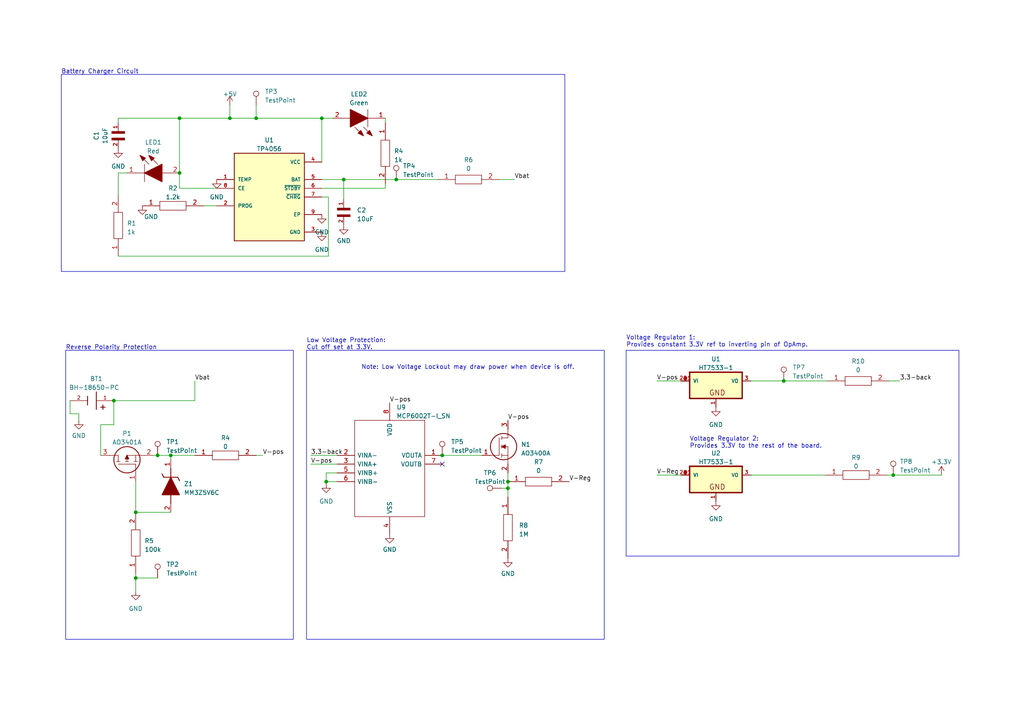
<source format=kicad_sch>
(kicad_sch (version 20230121) (generator eeschema)
  (paper "A4")
  (title_block (title "Power Schematic") (date "2023-03-11") (company "UCT") (comment 2 "EEE3088F Design Project") (comment 3 "Authour: Jake Wesselink"))
  (lib_symbols
    (symbol "0402WGF0000TCE:0402WGF0000TCE" (pin_names (offset 0.762))
      (property "Reference" "R" (at 13.97 6.35 0))
      (property "Value" "0402WGF0000TCE" (at 13.97 3.81 0))
      (symbol "0402WGF0000TCE_0_0"
        (pin passive line (at 0 0 0) (length 5.08) (name "~") (number "1"))
        (pin passive line (at 17.78 0 180) (length 5.08) (name "~") (number "2"))
      )
      (symbol "0402WGF0000TCE_0_1"
        (polyline (pts (xy 5.08 1.27) (xy 12.7 1.27) (xy 12.7 -1.27) (xy 5.08 -1.27) (xy 5.08 1.27)) (stroke (width 0.1524)))
      )
    )
    (symbol "0402WGF1001TCE:0402WGF1001TCE" (pin_names (offset 0.762))
      (property "Reference" "R" (at 13.97 6.35 0))
      (property "Value" "0402WGF1001TCE" (at 13.97 3.81 0))
      (symbol "0402WGF1001TCE_0_0"
        (pin passive line (at 0 0 0) (length 5.08) (name "~") (number "1"))
        (pin passive line (at 17.78 0 180) (length 5.08) (name "~") (number "2"))
      )
      (symbol "0402WGF1001TCE_0_1"
        (polyline (pts (xy 5.08 1.27) (xy 12.7 1.27) (xy 12.7 -1.27) (xy 5.08 -1.27) (xy 5.08 1.27)) (stroke (width 0.1524)))
      )
    )
    (symbol "0603WAF1201T5E:0603WAF1201T5E" (pin_names (offset 0.762))
      (property "Reference" "R" (at 13.97 6.35 0))
      (property "Value" "0603WAF1201T5E" (at 13.97 3.81 0))
      (symbol "0603WAF1201T5E_0_0"
        (pin passive line (at 0 0 0) (length 5.08) (name "~") (number "1"))
        (pin passive line (at 17.78 0 180) (length 5.08) (name "~") (number "2"))
      )
      (symbol "0603WAF1201T5E_0_1"
        (polyline (pts (xy 5.08 1.27) (xy 12.7 1.27) (xy 12.7 -1.27) (xy 5.08 -1.27) (xy 5.08 1.27)) (stroke (width 0.1524)))
      )
    )
    (symbol "0805W8F1004T5E:0805W8F1004T5E" (pin_names (offset 0.762))
      (property "Reference" "R" (at 13.97 6.35 0))
      (property "Value" "0805W8F1004T5E" (at 13.97 3.81 0))
      (symbol "0805W8F1004T5E_0_0"
        (pin passive line (at 0 0 0) (length 5.08) (name "~") (number "1"))
        (pin passive line (at 17.78 0 180) (length 5.08) (name "~") (number "2"))
      )
      (symbol "0805W8F1004T5E_0_1"
        (polyline (pts (xy 5.08 1.27) (xy 12.7 1.27) (xy 12.7 -1.27) (xy 5.08 -1.27) (xy 5.08 1.27)) (stroke (width 0.1524)))
      )
    )
    (symbol "1206W4F1003T5E:1206W4F1003T5E" (pin_names (offset 0.762))
      (property "Reference" "R" (at 13.97 6.35 0))
      (property "Value" "1206W4F1003T5E" (at 13.97 3.81 0))
      (symbol "1206W4F1003T5E_0_0"
        (pin passive line (at 0 0 0) (length 5.08) (name "~") (number "1"))
        (pin passive line (at 17.78 0 180) (length 5.08) (name "~") (number "2"))
      )
      (symbol "1206W4F1003T5E_0_1"
        (polyline (pts (xy 5.08 1.27) (xy 12.7 1.27) (xy 12.7 -1.27) (xy 5.08 -1.27) (xy 5.08 1.27)) (stroke (width 0.1524)))
      )
    )
    (symbol "19-217_GHC-YR1S2_3T:19-217_GHC-YR1S2_3T" (pin_names (offset 0.762))
      (property "Reference" "LED" (at 12.7 8.89 0))
      (property "Value" "19-217_GHC-YR1S2_3T" (at 12.7 6.35 0))
      (symbol "19-217_GHC-YR1S2_3T_0_0"
        (pin passive line (at 0 0 0) (length 2.54) (name "~") (number "1"))
        (pin passive line (at 15.24 0 180) (length 2.54) (name "~") (number "2"))
      )
      (symbol "19-217_GHC-YR1S2_3T_0_1"
        (polyline (pts (xy 2.54 0) (xy 5.08 0)) (stroke (width 0.1524)))
        (polyline (pts (xy 5.08 2.54) (xy 5.08 -2.54)) (stroke (width 0.1524)))
        (polyline (pts (xy 6.35 2.54) (xy 3.81 5.08)) (stroke (width 0.1524)))
        (polyline (pts (xy 8.89 2.54) (xy 6.35 5.08)) (stroke (width 0.1524)))
        (polyline (pts (xy 10.16 0) (xy 12.7 0)) (stroke (width 0.1524)))
        (polyline (pts (xy 5.08 0) (xy 10.16 2.54) (xy 10.16 -2.54) (xy 5.08 0)) (stroke (width 0.254)) (fill (type outline)))
        (polyline (pts (xy 5.334 4.318) (xy 4.572 3.556) (xy 3.81 5.08) (xy 5.334 4.318)) (stroke (width 0.254)) (fill (type outline)))
        (polyline (pts (xy 7.874 4.318) (xy 7.112 3.556) (xy 6.35 5.08) (xy 7.874 4.318)) (stroke (width 0.254)) (fill (type outline)))
      )
    )
    (symbol "AO3400A:AO3400A" (pin_names (offset 0.762))
      (property "Reference" "Q" (at 11.43 3.81 0))
      (property "Value" "AO3400A" (at 11.43 1.27 0))
      (symbol "AO3400A_0_0"
        (pin passive line (at 0 0 0) (length 2.54) (name "~") (number "1"))
        (pin passive line (at 7.62 -5.08 90) (length 2.54) (name "~") (number "2"))
        (pin passive line (at 7.62 10.16 270) (length 2.54) (name "~") (number "3"))
      )
      (symbol "AO3400A_0_1"
        (polyline (pts (xy 5.842 -0.508) (xy 5.842 0.508)) (stroke (width 0.1524)))
        (polyline (pts (xy 5.842 0) (xy 7.62 0)) (stroke (width 0.1524)))
        (polyline (pts (xy 5.842 2.032) (xy 5.842 3.048)) (stroke (width 0.1524)))
        (polyline (pts (xy 5.842 5.588) (xy 5.842 4.572)) (stroke (width 0.1524)))
        (polyline (pts (xy 7.62 2.54) (xy 5.842 2.54)) (stroke (width 0.1524)))
        (polyline (pts (xy 7.62 2.54) (xy 7.62 -2.54)) (stroke (width 0.1524)))
        (polyline (pts (xy 7.62 5.08) (xy 5.842 5.08)) (stroke (width 0.1524)))
        (polyline (pts (xy 7.62 5.08) (xy 7.62 7.62)) (stroke (width 0.1524)))
        (polyline (pts (xy 2.54 0) (xy 5.08 0) (xy 5.08 5.08)) (stroke (width 0.1524)))
        (polyline (pts (xy 5.842 2.54) (xy 6.858 3.048) (xy 6.858 2.032) (xy 5.842 2.54)) (stroke (width 0.254)) (fill (type outline)))
        (circle (center 6.35 2.54) (radius 3.81) (stroke (width 0.254)))
      )
    )
    (symbol "AO3401A:AO3401A" (pin_names (offset 0.762))
      (property "Reference" "Q" (at 11.43 3.81 0))
      (property "Value" "AO3401A" (at 11.43 1.27 0))
      (symbol "AO3401A_0_0"
        (pin passive line (at 0 0 0) (length 2.54) (name "~") (number "1"))
        (pin passive line (at 7.62 -5.08 90) (length 2.54) (name "~") (number "2"))
        (pin passive line (at 7.62 10.16 270) (length 2.54) (name "~") (number "3"))
      )
      (symbol "AO3401A_0_1"
        (polyline (pts (xy 5.842 -0.508) (xy 5.842 0.508)) (stroke (width 0.1524)))
        (polyline (pts (xy 5.842 0) (xy 7.62 0)) (stroke (width 0.1524)))
        (polyline (pts (xy 5.842 2.032) (xy 5.842 3.048)) (stroke (width 0.1524)))
        (polyline (pts (xy 5.842 5.588) (xy 5.842 4.572)) (stroke (width 0.1524)))
        (polyline (pts (xy 7.62 2.54) (xy 5.842 2.54)) (stroke (width 0.1524)))
        (polyline (pts (xy 7.62 2.54) (xy 7.62 -2.54)) (stroke (width 0.1524)))
        (polyline (pts (xy 7.62 5.08) (xy 5.842 5.08)) (stroke (width 0.1524)))
        (polyline (pts (xy 7.62 5.08) (xy 7.62 7.62)) (stroke (width 0.1524)))
        (polyline (pts (xy 2.54 0) (xy 5.08 0) (xy 5.08 5.08)) (stroke (width 0.1524)))
        (polyline (pts (xy 7.62 2.54) (xy 6.604 3.048) (xy 6.604 2.032) (xy 7.62 2.54)) (stroke (width 0.254)) (fill (type outline)))
        (circle (center 6.35 2.54) (radius 3.81) (stroke (width 0.254)))
      )
    )
    (symbol "BH-18650-PC:BH-18650-PC" (pin_names (offset 1.016))
      (property "Reference" "Battery-Holder1" (at 2.54 6.35 0))
      (property "Value" "BH-18650-PC" (at 2.54 3.81 0))
      (symbol "BH-18650-PC_0_0"
        (polyline (pts (xy -5.08 1.905) (xy -3.81 1.905)) (stroke (width 0.254)))
        (polyline (pts (xy -4.445 2.54) (xy -4.445 1.27)) (stroke (width 0.254)))
        (polyline (pts (xy -2.54 2.54) (xy -2.54 -2.54)) (stroke (width 0.254)))
        (polyline (pts (xy 0 1.27) (xy 0 -1.27)) (stroke (width 0.254)))
        (pin passive line (at -7.62 0 0) (length 5.08) (name "~") (number "1"))
        (pin passive line (at 5.08 0 180) (length 5.08) (name "~") (number "2"))
      )
    )
    (symbol "CL10A106KP8NNNC:CL10A106KP8NNNC" (pin_names (offset 1.016))
      (property "Reference" "C" (at 0 3.81 0))
      (property "Value" "CL10A106KP8NNNC" (at 0 -5.08 0))
      (symbol "CL10A106KP8NNNC_0_0"
        (rectangle (start 0 -1.905) (end 0.635 1.905) (stroke (width 0.1)) (fill (type outline)))
        (rectangle (start 1.905 -1.905) (end 2.54 1.905) (stroke (width 0.1)) (fill (type outline)))
        (pin passive line (at 5.08 0 180) (length 2.54) (name "~") (number "1"))
        (pin passive line (at -2.54 0 0) (length 2.54) (name "~") (number "2"))
      )
    )
    (symbol "Connector:TestPoint" (pin_numbers hide) (pin_names (offset 0.762) hide)
      (property "Reference" "TP" (at 0 6.858 0))
      (property "Value" "TestPoint" (at 0 5.08 0))
      (symbol "TestPoint_0_1"
        (circle (center 0 3.302) (radius 0.762))
      )
      (symbol "TestPoint_1_1"
        (pin passive line (at 0 0 90) (length 2.54) (name "1") (number "1"))
      )
    )
    (symbol "HT7533-1:HT7533-1" (pin_names (offset 1.016))
      (property "Reference" "U" (at -7.6228 8.2581 0))
      (property "Value" "HT7533-1" (at -7.6342 5.7256 0))
      (symbol "HT7533-1_0_0"
        (rectangle (start -7.62 -2.54) (end 7.62 5.08) (stroke (width 0.4064)) (fill (type background)))
        (polyline (pts (xy 7.62 5.08) (xy -7.62 5.08)) (stroke (width 0.4064)))
        (text "GND" (at -2.036 -1.7815 0) (effects (font (size 1.527 1.527)) (justify left bottom)))
        (pin passive line (at 0 -5.08 90) (length 2.54) (name "~") (number "1"))
        (pin input line (at -10.16 2.54 0) (length 2.54) (name "VI") (number "2"))
        (pin input line (at -10.16 2.54 0) (length 2.54) (name "VI") (number "2@1"))
        (pin passive line (at 10.16 2.54 180) (length 2.54) (name "VO") (number "3"))
      )
    )
    (symbol "KT-0603R:KT-0603R" (pin_names (offset 0.762))
      (property "Reference" "LED" (at 12.7 8.89 0))
      (property "Value" "KT-0603R" (at 12.7 6.35 0))
      (symbol "KT-0603R_0_0"
        (pin passive line (at 0 0 0) (length 2.54) (name "~") (number "1"))
        (pin passive line (at 15.24 0 180) (length 2.54) (name "~") (number "2"))
      )
      (symbol "KT-0603R_0_1"
        (polyline (pts (xy 2.54 0) (xy 5.08 0)) (stroke (width 0.1524)))
        (polyline (pts (xy 5.08 2.54) (xy 5.08 -2.54)) (stroke (width 0.1524)))
        (polyline (pts (xy 6.35 2.54) (xy 3.81 5.08)) (stroke (width 0.1524)))
        (polyline (pts (xy 8.89 2.54) (xy 6.35 5.08)) (stroke (width 0.1524)))
        (polyline (pts (xy 10.16 0) (xy 12.7 0)) (stroke (width 0.1524)))
        (polyline (pts (xy 5.08 0) (xy 10.16 2.54) (xy 10.16 -2.54) (xy 5.08 0)) (stroke (width 0.254)) (fill (type outline)))
        (polyline (pts (xy 5.334 4.318) (xy 4.572 3.556) (xy 3.81 5.08) (xy 5.334 4.318)) (stroke (width 0.254)) (fill (type outline)))
        (polyline (pts (xy 7.874 4.318) (xy 7.112 3.556) (xy 6.35 5.08) (xy 7.874 4.318)) (stroke (width 0.254)) (fill (type outline)))
      )
    )
    (symbol "MCP6002T-I_SN:MCP6002T-I_SN" (pin_names (offset 0.762))
      (property "Reference" "IC" (at 26.67 15.24 0))
      (property "Value" "MCP6002T-I_SN" (at 26.67 12.7 0))
      (symbol "MCP6002T-I_SN_0_0"
        (pin passive line (at 30.48 0 180) (length 5.08) (name "VOUTA") (number "1"))
        (pin passive line (at 0 0 0) (length 5.08) (name "VINA-") (number "2"))
        (pin passive line (at 0 -2.54 0) (length 5.08) (name "VINA+") (number "3"))
        (pin passive line (at 15.24 -22.86 90) (length 5.08) (name "VSS") (number "4"))
        (pin passive line (at 0 -5.08 0) (length 5.08) (name "VINB+") (number "5"))
        (pin passive line (at 0 -7.62 0) (length 5.08) (name "VINB-") (number "6"))
        (pin passive line (at 30.48 -2.54 180) (length 5.08) (name "VOUTB") (number "7"))
        (pin passive line (at 15.24 15.24 270) (length 5.08) (name "VDD") (number "8"))
      )
      (symbol "MCP6002T-I_SN_0_1"
        (polyline (pts (xy 5.08 10.16) (xy 25.4 10.16) (xy 25.4 -17.78) (xy 5.08 -17.78) (xy 5.08 10.16)) (stroke (width 0.1524)))
      )
    )
    (symbol "MM3Z5V6C:MM3Z5V6C" (pin_names hide)
      (property "Reference" "Z" (at 10.16 8.89 0))
      (property "Value" "MM3Z5V6C" (at 10.16 6.35 0))
      (symbol "MM3Z5V6C_1_1"
        (polyline (pts (xy 2.54 0) (xy 5.08 0)) (stroke (width 0.254)))
        (polyline (pts (xy 4.064 -2.54) (xy 5.08 -2.032)) (stroke (width 0.254)))
        (polyline (pts (xy 5.08 2.032) (xy 5.08 -2.032)) (stroke (width 0.254)))
        (polyline (pts (xy 5.08 2.032) (xy 6.096 2.54)) (stroke (width 0.254)))
        (polyline (pts (xy 12.7 0) (xy 10.16 0)) (stroke (width 0.254)))
        (polyline (pts (xy 5.08 0) (xy 10.16 2.54) (xy 10.16 -2.54) (xy 5.08 0)) (stroke (width 0.254)) (fill (type outline)))
        (pin passive line (at 0 0 0) (length 2.54) (name "K") (number "1"))
        (pin passive line (at 15.24 0 180) (length 2.54) (name "A") (number "2"))
      )
    )
    (symbol "TP4056:TP4056" (pin_names (offset 1.016))
      (property "Reference" "U" (at -10.16 13.208 0))
      (property "Value" "TP4056" (at -10.16 -15.24 0))
      (symbol "TP4056_0_0"
        (rectangle (start -10.16 -12.7) (end 10.16 12.7) (stroke (width 0.254)) (fill (type background)))
        (pin input line (at -15.24 5.08 0) (length 5.08) (name "TEMP") (number "1"))
        (pin bidirectional line (at -15.24 -2.54 0) (length 5.08) (name "PROG") (number "2"))
        (pin power_in line (at 15.24 -10.16 180) (length 5.08) (name "GND") (number "3"))
        (pin power_in line (at 15.24 10.16 180) (length 5.08) (name "VCC") (number "4"))
        (pin output line (at 15.24 5.08 180) (length 5.08) (name "BAT") (number "5"))
        (pin output line (at 15.24 2.54 180) (length 5.08) (name "~{STDBY}") (number "6"))
        (pin output line (at 15.24 0 180) (length 5.08) (name "~{CHRG}") (number "7"))
        (pin input line (at -15.24 2.54 0) (length 5.08) (name "CE") (number "8"))
        (pin passive line (at 15.24 -5.08 180) (length 5.08) (name "EP") (number "9"))
      )
    )
    (symbol "my 1k:0603WAF1001T5E" (pin_names (offset 0.762))
      (property "Reference" "R" (at 13.97 6.35 0))
      (property "Value" "0603WAF1001T5E" (at 13.97 3.81 0))
      (symbol "0603WAF1001T5E_0_0"
        (pin passive line (at 0 0 0) (length 5.08) (name "~") (number "1"))
        (pin passive line (at 17.78 0 180) (length 5.08) (name "~") (number "2"))
      )
      (symbol "0603WAF1001T5E_0_1"
        (polyline (pts (xy 5.08 1.27) (xy 12.7 1.27) (xy 12.7 -1.27) (xy 5.08 -1.27) (xy 5.08 1.27)) (stroke (width 0.1524)))
      )
    )
    (symbol "power:+3.3V" (power) (pin_names (offset 0))
      (property "Value" "+3.3V" (at 0 3.556 0))
      (symbol "+3.3V_0_1"
        (polyline (pts (xy -0.762 1.27) (xy 0 2.54)))
        (polyline (pts (xy 0 0) (xy 0 2.54)))
        (polyline (pts (xy 0 2.54) (xy 0.762 1.27)))
      )
      (symbol "+3.3V_1_1"
        (pin power_in line (at 0 0 90) (length 0) hide (name "+3.3V") (number "1"))
      )
    )
    (symbol "power:+5V" (power) (pin_names (offset 0))
      (property "Value" "+5V" (at 0 3.556 0))
      (symbol "+5V_0_1"
        (polyline (pts (xy -0.762 1.27) (xy 0 2.54)))
        (polyline (pts (xy 0 0) (xy 0 2.54)))
        (polyline (pts (xy 0 2.54) (xy 0.762 1.27)))
      )
      (symbol "+5V_1_1"
        (pin power_in line (at 0 0 90) (length 0) hide (name "+5V") (number "1"))
      )
    )
    (symbol "power:GND" (power) (pin_names (offset 0))
      (property "Value" "GND" (at 0 -3.81 0))
      (symbol "GND_0_1"
        (polyline (pts (xy 0 0) (xy 0 -1.27) (xy 1.27 -1.27) (xy 0 -2.54) (xy -1.27 -1.27) (xy 0 -1.27)))
      )
      (symbol "GND_1_1"
        (pin power_in line (at 0 0 270) (length 0) hide (name "GND") (number "1"))
      )
    )
  )
  (junction (at 147.32 141.605))
  (junction (at 52.07 34.29))
  (junction (at 39.37 148.59))
  (junction (at 259.08 137.795))
  (junction (at 227.33 110.49))
  (junction (at 128.27 132.08))
  (junction (at 66.675 34.29))
  (junction (at 114.935 52.07))
  (junction (at 74.295 34.29))
  (junction (at 93.345 34.29))
  (junction (at 99.695 52.07))
  (junction (at 39.37 167.64))
  (junction (at 52.07 50.165))
  (junction (at 33.02 116.205))
  (junction (at 94.615 139.7))
  (junction (at 147.32 139.7))
  (junction (at 45.72 132.08))
  (junction (at 49.53 132.08))
  (no_connect (at 128.27 134.62))
  (wire (pts (xy 36.83 50.165) (xy 34.29 50.165)))
  (wire (pts (xy 20.32 116.205) (xy 20.32 120.015)))
  (wire (pts (xy 39.37 167.64) (xy 45.72 167.64)))
  (wire (pts (xy 217.805 137.795) (xy 239.395 137.795)))
  (wire (pts (xy 34.29 74.295) (xy 95.25 74.295)))
  (wire (pts (xy 90.17 134.62) (xy 97.79 134.62)))
  (wire (pts (xy 52.07 34.29) (xy 52.07 50.165)))
  (wire (pts (xy 39.37 139.7) (xy 39.37 148.59)))
  (wire (pts (xy 257.175 137.795) (xy 259.08 137.795)))
  (wire (pts (xy 44.45 132.08) (xy 45.72 132.08)))
  (wire (pts (xy 49.53 132.08) (xy 56.515 132.08)))
  (wire (pts (xy 240.03 110.49) (xy 227.33 110.49)))
  (wire (pts (xy 259.08 137.795) (xy 273.05 137.795)))
  (wire (pts (xy 114.935 52.07) (xy 127 52.07)))
  (wire (pts (xy 56.515 110.49) (xy 56.515 116.205)))
  (wire (pts (xy 190.5 110.49) (xy 197.485 110.49)))
  (wire (pts (xy 95.25 74.295) (xy 95.25 57.15)))
  (wire (pts (xy 74.295 132.08) (xy 76.2 132.08)))
  (wire (pts (xy 111.76 53.34) (xy 111.76 54.61)))
  (wire (pts (xy 97.79 137.16) (xy 94.615 137.16)))
  (wire (pts (xy 33.02 116.205) (xy 33.02 123.19)))
  (wire (pts (xy 22.86 120.015) (xy 22.86 121.92)))
  (wire (pts (xy 29.21 123.19) (xy 29.21 132.08)))
  (wire (pts (xy 111.76 34.29) (xy 111.76 35.56)))
  (wire (pts (xy 74.295 34.29) (xy 93.345 34.29)))
  (wire (pts (xy 94.615 137.16) (xy 94.615 139.7)))
  (wire (pts (xy 147.32 141.605) (xy 147.32 144.145)))
  (wire (pts (xy 74.295 30.48) (xy 74.295 34.29)))
  (wire (pts (xy 45.72 132.08) (xy 49.53 132.08)))
  (wire (pts (xy 260.985 110.49) (xy 257.81 110.49)))
  (wire (pts (xy 93.345 34.29) (xy 96.52 34.29)))
  (wire (pts (xy 93.345 54.61) (xy 111.76 54.61)))
  (wire (pts (xy 93.345 34.29) (xy 93.345 46.99)))
  (wire (pts (xy 95.25 57.15) (xy 93.345 57.15)))
  (wire (pts (xy 128.27 132.08) (xy 139.7 132.08)))
  (wire (pts (xy 56.515 116.205) (xy 33.02 116.205)))
  (wire (pts (xy 52.07 34.29) (xy 34.29 34.29)))
  (wire (pts (xy 147.32 139.7) (xy 147.32 141.605)))
  (wire (pts (xy 66.675 34.29) (xy 74.295 34.29)))
  (wire (pts (xy 39.37 148.59) (xy 49.53 148.59)))
  (wire (pts (xy 59.055 59.69) (xy 62.865 59.69)))
  (wire (pts (xy 34.29 34.29) (xy 34.29 35.56)))
  (wire (pts (xy 93.345 52.07) (xy 99.695 52.07)))
  (wire (pts (xy 227.33 110.49) (xy 217.805 110.49)))
  (wire (pts (xy 39.37 167.64) (xy 39.37 171.45)))
  (wire (pts (xy 34.29 50.165) (xy 34.29 56.515)))
  (wire (pts (xy 145.415 141.605) (xy 147.32 141.605)))
  (wire (pts (xy 94.615 139.7) (xy 97.79 139.7)))
  (wire (pts (xy 20.32 120.015) (xy 22.86 120.015)))
  (wire (pts (xy 147.32 137.16) (xy 147.32 139.7)))
  (wire (pts (xy 66.675 30.48) (xy 66.675 34.29)))
  (wire (pts (xy 33.02 123.19) (xy 29.21 123.19)))
  (wire (pts (xy 49.53 132.08) (xy 49.53 133.35)))
  (wire (pts (xy 52.07 34.29) (xy 66.675 34.29)))
  (wire (pts (xy 94.615 139.7) (xy 94.615 140.335)))
  (wire (pts (xy 90.17 132.08) (xy 97.79 132.08)))
  (wire (pts (xy 39.37 166.37) (xy 39.37 167.64)))
  (wire (pts (xy 99.695 52.07) (xy 114.935 52.07)))
  (wire (pts (xy 62.865 54.61) (xy 52.07 54.61)))
  (wire (pts (xy 99.695 52.07) (xy 99.695 57.785)))
  (wire (pts (xy 52.07 54.61) (xy 52.07 50.165)))
  (wire (pts (xy 190.5 137.795) (xy 197.485 137.795)))
  (wire (pts (xy 144.78 52.07) (xy 149.225 52.07)))
  (rectangle (start 19.05 101.6) (end 85.09 185.42))
  (rectangle (start 17.78 21.59) (end 163.83 78.74))
  (rectangle (start 88.9 101.6) (end 175.26 185.42))
  (rectangle (start 181.61 101.6) (end 278.13 161.29))
  (text "Low Voltage Protection: \nCut off set at 3.3V.\n" (at 88.9 101.6 0) (effects (font (size 1.27 1.27)) (justify left bottom)))
  (text "Reverse Polarity Protection\n" (at 19.05 101.6 0) (effects (font (size 1.27 1.27)) (justify left bottom)))
  (text "Voltage Regulator 2:\nProvides 3.3V to the rest of the board.\n" (at 200.025 130.175 0) (effects (font (size 1.27 1.27)) (justify left bottom)))
  (text "Note: Low Voltage Lockout may draw power when device is off." (at 104.775 107.315 0) (effects (font (size 1.27 1.27)) (justify left bottom)))
  (text "Voltage Regulator 1:\nProvides constant 3.3V ref to inverting pin of OpAmp.\n\n" (at 181.61 102.87 0) (effects (font (size 1.27 1.27)) (justify left bottom)))
  (text "Battery Charger Circuit" (at 17.78 21.59 0) (effects (font (size 1.27 1.27)) (justify left bottom)))
  (label "Vbat" (at 149.225 52.07 0))
  (label "V-Reg" (at 190.5 137.795 0))
  (label "3.3-back" (at 90.17 132.08 0))
  (label "V-pos" (at 113.03 116.84 0))
  (label "V-pos" (at 90.17 134.62 0))
  (label "V-pos" (at 190.5 110.49 0))
  (label "V-Reg" (at 165.1 139.7 0))
  (label "V-pos" (at 147.32 121.92 0))
  (label "V-pos" (at 76.2 132.08 0))
  (label "Vbat" (at 56.515 110.49 0))
  (label "3.3-back" (at 260.985 110.49 0))
  (symbol (lib_id "power:GND") (at 207.645 118.11 0) (unit 1)
    (property "Reference" "#PWR013" (effects hide))
    (property "Value" "GND" (at 207.645 123.19 0))
  )
  (symbol (lib_id "power:GND") (at 39.37 171.45 0) (unit 1)
    (property "Reference" "#PWR07" (effects hide))
    (property "Value" "GND" (at 39.37 176.53 0))
  )
  (symbol (lib_id "power:GND") (at 93.345 67.31 0) (unit 1)
    (property "Reference" "#PWR05" (effects hide))
    (property "Value" "GND" (at 93.345 72.39 0))
  )
  (symbol (lib_id "0805W8F1004T5E:0805W8F1004T5E") (at 147.32 144.145 270) (unit 1)
    (property "Reference" "R8" (at 150.495 152.4 90) (effects (justify left)))
    (property "Value" "1M" (at 150.495 154.94 90) (effects (justify left)))
    (property "Footprint" "Resistor_SMD:R_0805_2012Metric" (effects hide))
    (property "Datasheet" "https://datasheet.lcsc.com/lcsc/2206010200_UNI-ROYAL-Uniroyal-Elec-0805W8F1004T5E_C17514.pdf" (effects hide))
    (property "Description" "1M Resistor 0805" (effects hide))
    (property "Height" "0.65" (effects hide))
    (property "Manufacturer_Name" "UniOhm" (effects hide))
    (property "Manufacturer_Part_Number" "0805W8F1004T5E" (effects hide))
    (property "Price" "0.0016" (effects hide))
    (property "Extended" "0" (effects hide))
    (property "JLC Part Number" "C17514" (effects hide))
  )
  (symbol (lib_id "HT7533-1:HT7533-1") (at 207.645 113.03 0) (unit 1)
    (property "Reference" "U1" (at 207.645 104.14 0))
    (property "Value" "HT7533-1" (at 207.645 106.68 0))
    (property "Footprint" "Package_TO_SOT_SMD:SOT-89-3" (effects hide))
    (property "Datasheet" "https://datasheet.lcsc.com/lcsc/1811062113_Holtek-Semicon-HT7533-1_C14289.pdf" (effects hide))
    (property "Price" "0.1279" (effects hide))
    (property "Extended" "0" (effects hide))
    (property "Manufacturer_Part_Number" "HT7533-1" (effects hide))
    (property "Description" "Voltage Regulator" (effects hide))
    (property "JLC Part Number" "C14289" (effects hide))
  )
  (symbol (lib_id "HT7533-1:HT7533-1") (at 207.645 140.335 0) (unit 1)
    (property "Reference" "U2" (at 207.645 131.445 0))
    (property "Value" "HT7533-1" (at 207.645 133.985 0))
    (property "Footprint" "Package_TO_SOT_SMD:SOT-89-3" (effects hide))
    (property "Datasheet" "https://datasheet.lcsc.com/lcsc/1811062113_Holtek-Semicon-HT7533-1_C14289.pdf" (effects hide))
    (property "Price" "0.1279" (effects hide))
    (property "Extended" "0" (effects hide))
    (property "Manufacturer_Part_Number" "HT7533-1" (effects hide))
    (property "Description" "Voltage Regulator" (effects hide))
    (property "JLC Part Number" "C14289" (effects hide))
  )
  (symbol (lib_id "power:GND") (at 99.695 65.405 0) (unit 1)
    (property "Reference" "#PWR06" (effects hide))
    (property "Value" "GND" (at 99.695 69.85 0))
  )
  (symbol (lib_id "1206W4F1003T5E:1206W4F1003T5E") (at 39.37 166.37 90) (unit 1)
    (property "Reference" "R5" (at 41.91 156.845 90) (effects (justify right)))
    (property "Value" "100k" (at 41.91 159.385 90) (effects (justify right)))
    (property "Footprint" "Resistor_SMD:R_0805_2012Metric" (effects hide))
    (property "Datasheet" "https://datasheet.lcsc.com/lcsc/2206010145_UNI-ROYAL-Uniroyal-Elec-1206W4F1003T5E_C17900.pdf" (effects hide))
    (property "Description" "100k Resistor 0805" (effects hide))
    (property "Height" "0.65" (effects hide))
    (property "Manufacturer_Name" "Uniroyal Elec" (effects hide))
    (property "Manufacturer_Part_Number" "0805W8F1003T5E" (effects hide))
    (property "Price" "0.0017" (effects hide))
    (property "Extended" "0" (effects hide))
    (property "JLC Part Number" "C149504" (effects hide))
  )
  (symbol (lib_id "0402WGF1001TCE:0402WGF1001TCE") (at 111.76 35.56 270) (unit 1)
    (property "Reference" "R4" (at 114.3 43.815 90) (effects (justify left)))
    (property "Value" "1k" (at 114.3 46.355 90) (effects (justify left)))
    (property "Footprint" "Resistor_SMD:R_0805_2012Metric" (effects hide))
    (property "Datasheet" "https://datasheet.lcsc.com/szlcsc/Uniroyal-Elec-0603WAF1001T5E_C21190.pdf" (effects hide))
    (property "Description" "1k Resistor 0805" (effects hide))
    (property "Height" "0.4" (effects hide))
    (property "Manufacturer_Name" "UNI-ROYAL(Uniroyal Elec)" (effects hide))
    (property "Manufacturer_Part_Number" "0805W8F1001T5E" (effects hide))
    (property "Price" "0.0021" (effects hide))
    (property "Extended" "0" (effects hide))
    (property "JLC Part Number" "C17513" (effects hide))
  )
  (symbol (lib_id "power:GND") (at 62.865 52.07 0) (unit 1)
    (property "Reference" "#PWR03" (effects hide))
    (property "Value" "GND" (at 62.865 57.15 0))
  )
  (symbol (lib_id "AO3400A:AO3400A") (at 139.7 132.08 0) (unit 1)
    (property "Reference" "N1" (at 151.13 128.905 0) (effects (justify left)))
    (property "Value" "AO3400A" (at 151.13 131.445 0) (effects (justify left)))
    (property "Footprint" "MyNmos:SOT95P280X125-3N" (effects hide))
    (property "Datasheet" "https://datasheet.lcsc.com/lcsc/1811081213_Alpha---Omega-Semicon-AO3400A_C20917.pdf" (effects hide))
    (property "Description" "30V N-Channel MOSFET" (effects hide))
    (property "Height" "1.25" (effects hide))
    (property "Manufacturer_Name" "Alpha & Omega Semiconductors" (effects hide))
    (property "Manufacturer_Part_Number" "AO3400A" (effects hide))
    (property "Arrow Part Number" "AO3400A" (effects hide))
    (property "Arrow Price/Stock" "https://www.arrow.com/en/products/ao3400a/alpha-and-omega-semiconductor?region=europe" (effects hide))
    (property "Price" "0.0787" (effects hide))
    (property "Extended" "0" (effects hide))
    (property "JLC Part Number" "C20917" (effects hide))
  )
  (symbol (lib_id "power:GND") (at 147.32 161.925 0) (unit 1)
    (property "Reference" "#PWR012" (effects hide))
    (property "Value" "GND" (at 147.32 166.37 0))
  )
  (symbol (lib_id "power:GND") (at 113.03 154.94 0) (unit 1)
    (property "Reference" "#PWR011" (effects hide))
    (property "Value" "GND" (at 113.03 159.385 0))
  )
  (symbol (lib_id "0402WGF0000TCE:0402WGF0000TCE") (at 239.395 137.795 0) (unit 1)
    (property "Reference" "R9" (at 248.285 132.715 0))
    (property "Value" "0" (at 248.285 135.255 0))
    (property "Footprint" "Resistor_SMD:R_0805_2012Metric" (effects hide))
    (property "Datasheet" "https://www.mouser.in/datasheet/2/1365/1-3044649.pdf" (effects hide))
    (property "Description" "0 Resistor 0805" (effects hide))
    (property "Height" "0.4" (effects hide))
    (property "Manufacturer_Name" "ROYALOHM" (effects hide))
    (property "Manufacturer_Part_Number" "0805W8F0000T5E" (effects hide))
    (property "Mouser Part Number" "303-0402WGF0000TCE" (effects hide))
    (property "Mouser Price/Stock" "https://www.mouser.co.uk/ProductDetail/Royalohm/0402WGF0000TCE?qs=e8oIoAS2J1QQohiDIE5NFA%3D%3D" (effects hide))
    (property "Extended" "0" (effects hide))
    (property "Price" "0.0022" (effects hide))
    (property "JLC Part Number" "C17477" (effects hide))
  )
  (symbol (lib_id "power:+3.3V") (at 273.05 137.795 0) (unit 1)
    (property "Reference" "#PWR044" (effects hide))
    (property "Value" "+3.3V" (at 273.05 133.985 0))
    (instances (project "EEE3088" (path "" (reference "#PWR044") (unit 1)) (path "" (reference "#PWR01") (unit 1)) (path "" (reference "#PWR01") (unit 1))))
  )
  (symbol (lib_id "Connector:TestPoint") (at 45.72 167.64 0) (unit 1)
    (property "Reference" "TP2" (at 48.26 163.703 0) (effects (justify left)))
    (property "Value" "TestPoint" (at 48.26 166.243 0) (effects (justify left)))
    (property "Footprint" "TestPoint:TestPoint_Pad_2.0x2.0mm" (effects hide))
    (property "Price" "0" (effects hide))
    (property "Extended" "0" (effects hide))
    (property "Manufacturer_Part_Number" "DNP" (effects hide))
    (property "Description" "Test Point" (effects hide))
    (property "JLC Part Number" "DNP" (effects hide))
  )
  (symbol (lib_id "CL10A106KP8NNNC:CL10A106KP8NNNC") (at 34.29 40.64 90) (unit 1)
    (property "Reference" "C1" (at 27.94 39.37 0))
    (property "Value" "10uF" (at 30.48 39.37 0))
    (property "Footprint" "Capacitor_SMD:C_0805_2012Metric" (effects hide))
    (property "Datasheet" "https://datasheet.lcsc.com/lcsc/1810191219_Samsung-Electro-Mechanics-CL10A106KP8NNNC_C19702.pdf" (effects hide))
    (property "Price" "0.0131" (effects hide))
    (property "Extended" "0" (effects hide))
    (property "Description" "10uF Cap 0805" (effects hide))
    (property "Manufacturer_Part_Number" "CL21A106KAYNNNE" (effects hide))
    (property "JLC Part Number" "C15850" (effects hide))
  )
  (symbol (lib_id "power:+5V") (at 66.675 30.48 0) (unit 1)
    (property "Reference" "#PWR06" (effects hide))
    (property "Value" "+5V" (at 66.675 27.305 0))
  )
  (symbol (lib_id "MM3Z5V6C:MM3Z5V6C") (at 49.53 133.35 270) (unit 1)
    (property "Reference" "Z1" (at 53.34 140.335 90) (effects (justify left)))
    (property "Value" "MM3Z5V6C" (at 53.34 142.875 90) (effects (justify left)))
    (property "Footprint" "MyZener:SODFL2513X100N" (effects hide))
    (property "Datasheet" "https://ms.componentsearchengine.com/Datasheets/2/MM3Z5V6C.pdf" (effects hide))
    (property "Height" "1" (effects hide))
    (property "Manufacturer_Name" "onsemi" (effects hide))
    (property "Manufacturer_Part_Number" "MM3Z5V6" (effects hide))
    (property "Mouser Part Number" "512-MM3Z5V6C" (effects hide))
    (property "Mouser Price/Stock" "https://www.mouser.co.uk/ProductDetail/onsemi-Fairchild/MM3Z5V6C?qs=rXqtSHp76q6mZxise9dftg%3D%3D" (effects hide))
    (property "Arrow Part Number" "MM3Z5V6C" (effects hide))
    (property "Arrow Price/Stock" "https://www.arrow.com/en/products/mm3z5v6c/on-semiconductor?region=nac" (effects hide))
    (property "Description" "Zener diode" (effects hide))
    (property "Extended" "1" (effects hide))
    (property "JLC Part Number" "C48886" (effects hide))
    (property "Price" "0.0182" (effects hide))
  )
  (symbol (lib_id "Connector:TestPoint") (at 114.935 52.07 0) (unit 1)
    (property "Reference" "TP4" (at 116.84 48.133 0) (effects (justify left)))
    (property "Value" "TestPoint" (at 116.84 50.673 0) (effects (justify left)))
    (property "Footprint" "TestPoint:TestPoint_Pad_2.0x2.0mm" (effects hide))
    (property "Price" "0" (effects hide))
    (property "Extended" "0" (effects hide))
    (property "Manufacturer_Part_Number" "DNP" (effects hide))
    (property "Description" "Test Point" (effects hide))
    (property "JLC Part Number" "DNP" (effects hide))
  )
  (symbol (lib_id "power:GND") (at 93.345 62.23 0) (unit 1)
    (property "Reference" "#PWR04" (effects hide))
    (property "Value" "GND" (at 93.345 67.31 0))
  )
  (symbol (lib_id "Connector:TestPoint") (at 128.27 132.08 0) (unit 1)
    (property "Reference" "TP5" (at 130.81 128.143 0) (effects (justify left)))
    (property "Value" "TestPoint" (at 130.81 130.683 0) (effects (justify left)))
    (property "Footprint" "TestPoint:TestPoint_Pad_2.0x2.0mm" (effects hide))
    (property "Description" "Test Point" (effects hide))
    (property "Extended" "0" (effects hide))
    (property "JLC Part Number" "DNP" (effects hide))
    (property "Price" "0" (effects hide))
    (property "Manufacturer_Part_Number" "DNP" (effects hide))
  )
  (symbol (lib_id "KT-0603R:KT-0603R") (at 36.83 50.165 0) (unit 1)
    (property "Reference" "LED1" (at 44.45 41.275 0))
    (property "Value" "Red" (at 44.45 43.815 0))
    (property "Footprint" "MyRedLED:LEDC1608X70N" (effects hide))
    (property "Datasheet" "https://datasheet.lcsc.com/szlcsc/Hubei-KENTO-Elec-KT-0603R_C2286.pdf" (effects hide))
    (property "Description" "Red LED" (effects hide))
    (property "Height" "0.7" (effects hide))
    (property "Manufacturer_Name" "Hubei KENTO Elec" (effects hide))
    (property "Manufacturer_Part_Number" "KT-0603R" (effects hide))
    (property "Price" "0.0054" (effects hide))
    (property "Extended" "0" (effects hide))
    (property "JLC Part Number" "C2286" (effects hide))
  )
  (symbol (lib_id "BH-18650-PC:BH-18650-PC") (at 25.4 116.205 180) (unit 1)
    (property "Reference" "BT1" (at 27.94 109.855 0))
    (property "Value" "BH-18650-PC" (at 27.305 112.395 0))
    (property "Footprint" "uct_kicad_library:18650_Holder_SMD" (effects hide))
    (property "Datasheet" "-" (effects hide))
    (property "MANUFACTURER" "MPD" (effects hide))
    (property "STANDARD" "Manufacturer Recommendation" (effects hide))
    (property "PARTREV" "05/17/19" (effects hide))
    (property "MAXIMUM_PACKAGE_HEIGHT" "21.31mm" (effects hide))
    (property "Price" "0" (effects hide))
    (property "Extended" "0" (effects hide))
    (property "Description" "Battery Holder" (effects hide))
    (property "Manufacturer_Part_Number" "DNP" (effects hide))
    (property "JLC Part Number" "DNP" (effects hide))
  )
  (symbol (lib_id "power:GND") (at 34.29 43.18 0) (unit 1)
    (property "Reference" "#PWR01" (effects hide))
    (property "Value" "GND" (at 34.29 48.26 0))
  )
  (symbol (lib_id "Connector:TestPoint") (at 145.415 141.605 90) (unit 1)
    (property "Reference" "TP6" (at 142.113 137.16 90))
    (property "Value" "TestPoint" (at 142.113 139.7 90))
    (property "Footprint" "TestPoint:TestPoint_Pad_2.0x2.0mm" (effects hide))
    (property "Price" "0" (effects hide))
    (property "Extended" "0" (effects hide))
    (property "Manufacturer_Part_Number" "DNP" (effects hide))
    (property "Description" "Test Point" (effects hide))
    (property "JLC Part Number" "DNP" (effects hide))
  )
  (symbol (lib_id "0402WGF0000TCE:0402WGF0000TCE") (at 240.03 110.49 0) (unit 1)
    (property "Reference" "R10" (at 248.92 104.775 0))
    (property "Value" "0" (at 248.92 107.315 0))
    (property "Footprint" "Resistor_SMD:R_0805_2012Metric" (effects hide))
    (property "Datasheet" "https://www.mouser.in/datasheet/2/1365/1-3044649.pdf" (effects hide))
    (property "Description" "0 Resistor 0805" (effects hide))
    (property "Height" "0.4" (effects hide))
    (property "Manufacturer_Name" "ROYALOHM" (effects hide))
    (property "Manufacturer_Part_Number" "0805W8F0000T5E" (effects hide))
    (property "Mouser Part Number" "303-0402WGF0000TCE" (effects hide))
    (property "Mouser Price/Stock" "https://www.mouser.co.uk/ProductDetail/Royalohm/0402WGF0000TCE?qs=e8oIoAS2J1QQohiDIE5NFA%3D%3D" (effects hide))
    (property "Extended" "0" (effects hide))
    (property "Price" "0.0022" (effects hide))
    (property "JLC Part Number" "C17477" (effects hide))
  )
  (symbol (lib_id "Connector:TestPoint") (at 74.295 30.48 0) (unit 1)
    (property "Reference" "TP3" (at 76.835 26.543 0) (effects (justify left)))
    (property "Value" "TestPoint" (at 76.835 29.083 0) (effects (justify left)))
    (property "Footprint" "TestPoint:TestPoint_Pad_2.0x2.0mm" (effects hide))
    (property "Price" "0" (effects hide))
    (property "Extended" "0" (effects hide))
    (property "Manufacturer_Part_Number" "DNP" (effects hide))
    (property "Description" "Test Point" (effects hide))
    (property "JLC Part Number" "DNP" (effects hide))
  )
  (symbol (lib_id "Connector:TestPoint") (at 259.08 137.795 0) (unit 1)
    (property "Reference" "TP8" (at 260.985 133.858 0) (effects (justify left)))
    (property "Value" "TestPoint" (at 260.985 136.398 0) (effects (justify left)))
    (property "Footprint" "TestPoint:TestPoint_Pad_2.0x2.0mm" (effects hide))
    (property "Price" "0" (effects hide))
    (property "Extended" "0" (effects hide))
    (property "Manufacturer_Part_Number" "DNP" (effects hide))
    (property "Description" "Test Point" (effects hide))
    (property "JLC Part Number" "DNP" (effects hide))
  )
  (symbol (lib_id "0402WGF0000TCE:0402WGF0000TCE") (at 147.32 139.7 0) (unit 1)
    (property "Reference" "R7" (at 156.21 133.985 0))
    (property "Value" "0" (at 156.21 136.525 0))
    (property "Footprint" "Resistor_SMD:R_0805_2012Metric" (effects hide))
    (property "Datasheet" "https://www.mouser.in/datasheet/2/1365/1-3044649.pdf" (effects hide))
    (property "Description" "0 Resistor 0805" (effects hide))
    (property "Height" "0.4" (effects hide))
    (property "Manufacturer_Name" "ROYALOHM" (effects hide))
    (property "Manufacturer_Part_Number" "0805W8F0000T5E" (effects hide))
    (property "Mouser Part Number" "303-0402WGF0000TCE" (effects hide))
    (property "Mouser Price/Stock" "https://www.mouser.co.uk/ProductDetail/Royalohm/0402WGF0000TCE?qs=e8oIoAS2J1QQohiDIE5NFA%3D%3D" (effects hide))
    (property "Extended" "0" (effects hide))
    (property "Price" "0.0022" (effects hide))
    (property "JLC Part Number" "C17477" (effects hide))
  )
  (symbol (lib_id "CL10A106KP8NNNC:CL10A106KP8NNNC") (at 99.695 62.865 90) (unit 1)
    (property "Reference" "C2" (at 103.505 60.96 90) (effects (justify right)))
    (property "Value" "10uF" (at 103.505 63.5 90) (effects (justify right)))
    (property "Footprint" "Capacitor_SMD:C_0805_2012Metric" (effects hide))
    (property "Datasheet" "https://datasheet.lcsc.com/lcsc/1810191219_Samsung-Electro-Mechanics-CL10A106KP8NNNC_C19702.pdf" (effects hide))
    (property "Price" "0.0131" (effects hide))
    (property "Extended" "0" (effects hide))
    (property "Description" "10uF Cap 0805" (effects hide))
    (property "Manufacturer_Part_Number" "CL21A106KAYNNNE" (effects hide))
    (property "JLC Part Number" "C15850" (effects hide))
  )
  (symbol (lib_id "0402WGF0000TCE:0402WGF0000TCE") (at 127 52.07 0) (unit 1)
    (property "Reference" "R6" (at 135.89 46.355 0))
    (property "Value" "0" (at 135.89 48.895 0))
    (property "Footprint" "Resistor_SMD:R_0805_2012Metric" (effects hide))
    (property "Datasheet" "https://www.mouser.in/datasheet/2/1365/1-3044649.pdf" (effects hide))
    (property "Description" "0 Resistor 0805" (effects hide))
    (property "Height" "0.4" (effects hide))
    (property "Manufacturer_Name" "ROYALOHM" (effects hide))
    (property "Manufacturer_Part_Number" "0805W8F0000T5E" (effects hide))
    (property "Mouser Part Number" "303-0402WGF0000TCE" (effects hide))
    (property "Mouser Price/Stock" "https://www.mouser.co.uk/ProductDetail/Royalohm/0402WGF0000TCE?qs=e8oIoAS2J1QQohiDIE5NFA%3D%3D" (effects hide))
    (property "Extended" "0" (effects hide))
    (property "Price" "0.0022" (effects hide))
    (property "JLC Part Number" "C17477" (effects hide))
  )
  (symbol (lib_id "Connector:TestPoint") (at 227.33 110.49 0) (unit 1)
    (property "Reference" "TP7" (at 229.87 106.553 0) (effects (justify left)))
    (property "Value" "TestPoint" (at 229.87 109.093 0) (effects (justify left)))
    (property "Footprint" "TestPoint:TestPoint_Pad_2.0x2.0mm" (effects hide))
    (property "Price" "0" (effects hide))
    (property "Extended" "0" (effects hide))
    (property "Manufacturer_Part_Number" "DNP" (effects hide))
    (property "Description" "Test Point" (effects hide))
    (property "JLC Part Number" "DNP" (effects hide))
  )
  (symbol (lib_id "0402WGF0000TCE:0402WGF0000TCE") (at 56.515 132.08 0) (unit 1)
    (property "Reference" "R4" (at 65.405 127 0))
    (property "Value" "0" (at 65.405 129.54 0))
    (property "Footprint" "Resistor_SMD:R_0805_2012Metric" (effects hide))
    (property "Datasheet" "https://www.mouser.in/datasheet/2/1365/1-3044649.pdf" (effects hide))
    (property "Description" "0 Resistor 0805" (effects hide))
    (property "Height" "0.4" (effects hide))
    (property "Manufacturer_Name" "ROYALOHM" (effects hide))
    (property "Manufacturer_Part_Number" "0805W8F0000T5E" (effects hide))
    (property "Mouser Part Number" "303-0402WGF0000TCE" (effects hide))
    (property "Mouser Price/Stock" "https://www.mouser.co.uk/ProductDetail/Royalohm/0402WGF0000TCE?qs=e8oIoAS2J1QQohiDIE5NFA%3D%3D" (effects hide))
    (property "Extended" "0" (effects hide))
    (property "Price" "0.0022" (effects hide))
    (property "JLC Part Number" "C17477" (effects hide))
  )
  (symbol (lib_id "power:GND") (at 207.645 145.415 0) (unit 1)
    (property "Reference" "#PWR08" (effects hide))
    (property "Value" "GND" (at 207.645 150.495 0))
  )
  (symbol (lib_id "TP4056:TP4056") (at 78.105 57.15 0) (unit 1)
    (property "Reference" "U1" (at 78.105 40.64 0))
    (property "Value" "TP4056" (at 78.105 43.18 0))
    (property "Footprint" "Package_SO:SOP-8-1EP_4.57x4.57mm_P1.27mm_EP4.57x4.45mm" (effects hide))
    (property "Datasheet" "https://datasheet.lcsc.com/lcsc/1809261820_TOPPOWER-Nanjing-Extension-Microelectronics-TP4056-42-ESOP8_C16581.pdf" (effects hide))
    (property "MANUFACTURER" "NanJing Top Power ASIC Corp." (effects hide))
    (property "STANDARD" "IPC 7351B" (effects hide))
    (property "MAXIMUM_PACKAGE_HEIGHT" "1.75mm" (effects hide))
    (property "Price" "0.2121" (effects hide))
    (property "Extended" "0" (effects hide))
    (property "Description" "Battery Charger" (effects hide))
    (property "Manufacturer_Part_Number" "TP4056-42-ESOP8" (effects hide))
    (property "JLC Part Number" "C16581" (effects hide))
  )
  (symbol (lib_id "19-217_GHC-YR1S2_3T:19-217_GHC-YR1S2_3T") (at 111.76 34.29 180) (unit 1)
    (property "Reference" "LED2" (at 104.14 27.305 0))
    (property "Value" "Green" (at 104.14 29.845 0))
    (property "Footprint" "MyGreenLED:LEDC1608X50N" (effects hide))
    (property "Datasheet" "https://www.arrow.com/en/products/19-217ghc-yr1s23t/everlight-electronics" (effects hide))
    (property "Description" "Green LED" (effects hide))
    (property "Height" "0.5" (effects hide))
    (property "Manufacturer_Name" "Everlight" (effects hide))
    (property "Manufacturer_Part_Number" "19-217/GHC-YR1S2/3T" (effects hide))
    (property "Mouser Part Number" "638-19217GHCYR1S23T" (effects hide))
    (property "Mouser Price/Stock" "https://www.mouser.co.uk/ProductDetail/Everlight/19-217-GHC-YR1S2-3T?qs=8cKuZ6Ok2lZjmFTUzVFjDg%3D%3D" (effects hide))
    (property "Arrow Part Number" "19-217/GHC-YR1S2/3T" (effects hide))
    (property "Arrow Price/Stock" "https://www.arrow.com/en/products/19-217ghc-yr1s23t/everlight-electronics" (effects hide))
    (property "Price" "0.0264" (effects hide))
    (property "Extended" "0" (effects hide))
    (property "JLC Part Number" "C72043" (effects hide))
  )
  (symbol (lib_id "Connector:TestPoint") (at 45.72 132.08 0) (unit 1)
    (property "Reference" "TP1" (at 48.26 128.143 0) (effects (justify left)))
    (property "Value" "TestPoint" (at 48.26 130.683 0) (effects (justify left)))
    (property "Footprint" "TestPoint:TestPoint_Pad_2.0x2.0mm" (effects hide))
    (property "Price" "0" (effects hide))
    (property "Extended" "0" (effects hide))
    (property "Manufacturer_Part_Number" "DNP" (effects hide))
    (property "Description" "Test Point" (effects hide))
    (property "JLC Part Number" "DNP" (effects hide))
  )
  (symbol (lib_id "power:GND") (at 94.615 140.335 0) (unit 1)
    (property "Reference" "#PWR09" (effects hide))
    (property "Value" "GND" (at 94.615 145.415 0))
  )
  (symbol (lib_id "power:GND") (at 22.86 121.92 0) (unit 1)
    (property "Reference" "#PWR046" (effects hide))
    (property "Value" "GND" (at 22.86 126.365 0))
  )
  (symbol (lib_id "power:GND") (at 41.275 59.69 0) (unit 1)
    (property "Reference" "#PWR02" (effects hide))
    (property "Value" "GND" (at 43.815 62.865 0))
  )
  (symbol (lib_id "my 1k:0603WAF1001T5E") (at 34.29 74.295 90) (unit 1)
    (property "Reference" "R1" (at 36.83 64.77 90) (effects (justify right)))
    (property "Value" "1k" (at 36.83 67.31 90) (effects (justify right)))
    (property "Footprint" "Resistor_SMD:R_0805_2012Metric" (effects hide))
    (property "Datasheet" "https://datasheet.lcsc.com/szlcsc/Uniroyal-Elec-0603WAF1001T5E_C21190.pdf" (effects hide))
    (property "Description" "1k Resistor 0805" (effects hide))
    (property "Height" "0.55" (effects hide))
    (property "Manufacturer_Name" "UNI-ROYAL(Uniroyal Elec)" (effects hide))
    (property "Manufacturer_Part_Number" "0805W8F1001T5E" (effects hide))
    (property "Extended" "0" (effects hide))
    (property "JLC Part Number" "C17513" (effects hide))
    (property "Price" "0.0021" (effects hide))
  )
  (symbol (lib_id "AO3401A:AO3401A") (at 39.37 139.7 90) (unit 1)
    (property "Reference" "P1" (at 36.83 125.73 90))
    (property "Value" "AO3401A" (at 36.83 128.27 90))
    (property "Footprint" "MyPmos:SOT95P280X125-3N" (effects hide))
    (property "Datasheet" "https://datasheet.lcsc.com/lcsc/1810171817_Alpha---Omega-Semicon-AO3401A_C15127.pdf" (effects hide))
    (property "Description" "30V P-Channel MOSFET" (effects hide))
    (property "Height" "1.25" (effects hide))
    (property "Manufacturer_Name" "Alpha & Omega Semiconductors" (effects hide))
    (property "Manufacturer_Part_Number" "AO3401A" (effects hide))
    (property "Arrow Part Number" "AO3401A" (effects hide))
    (property "Arrow Price/Stock" "https://www.arrow.com/en/products/ao3401a/alpha-and-omega-semiconductor?region=nac" (effects hide))
    (property "Extended" "0" (effects hide))
    (property "Price" "0.0765" (effects hide))
    (property "JLC Part Number" "C15127" (effects hide))
  )
  (symbol (lib_id "MCP6002T-I_SN:MCP6002T-I_SN") (at 97.79 132.08 0) (unit 1)
    (property "Reference" "U9" (at 114.9859 118.11 0) (effects (justify left)))
    (property "Value" "MCP6002T-I_SN" (at 114.9859 120.65 0) (effects (justify left)))
    (property "Footprint" "Package_SO:SOIC-8-1EP_3.9x4.9mm_P1.27mm_EP2.29x3mm" (effects hide))
    (property "Datasheet" "https://datasheet.lcsc.com/lcsc/1811081213_Microchip-Tech-MCP6002T-I-SN--_C7377.pdf" (effects hide))
    (property "Description" "Op-Amp" (effects hide))
    (property "Height" "1.75" (effects hide))
    (property "Manufacturer_Name" "Microchip" (effects hide))
    (property "Manufacturer_Part_Number" "MCP6002T-I/SN" (effects hide))
    (property "Mouser Part Number" "579-MCP6002T-I/SN" (effects hide))
    (property "Mouser Price/Stock" "https://www.mouser.co.uk/ProductDetail/Microchip-Technology-Atmel/MCP6002T-I-SN?qs=hul3WK2zl4od4mMZEAcUDQ%3D%3D" (effects hide))
    (property "Arrow Part Number" "MCP6002T-I/SN" (effects hide))
    (property "Arrow Price/Stock" "https://www.arrow.com/en/products/mcp6002t-isn/microchip-technology?region=nac" (effects hide))
    (property "Price" "0.2660" (effects hide))
    (property "Extended" "0" (effects hide))
    (property "JLC Part Number" "C7377" (effects hide))
  )
  (symbol (lib_id "0603WAF1201T5E:0603WAF1201T5E") (at 41.275 59.69 0) (unit 1)
    (property "Reference" "R2" (at 50.165 54.61 0))
    (property "Value" "1.2k" (at 50.165 57.15 0))
    (property "Footprint" "Resistor_SMD:R_0805_2012Metric" (effects hide))
    (property "Datasheet" "https://datasheet.lcsc.com/szlcsc/Uniroyal-Elec-0603WAF1201T5E_C22765.pdf" (effects hide))
    (property "Description" "1.2k Resistor 0805" (effects hide))
    (property "Height" "0.55" (effects hide))
    (property "Manufacturer_Name" "UNI-ROYAL(Uniroyal Elec)" (effects hide))
    (property "Manufacturer_Part_Number" "0805W8F1201T5E" (effects hide))
    (property "Price" "0.0018" (effects hide))
    (property "Extended" "0" (effects hide))
    (property "JLC Part Number" "C17379" (effects hide))
  )
)
</source>
